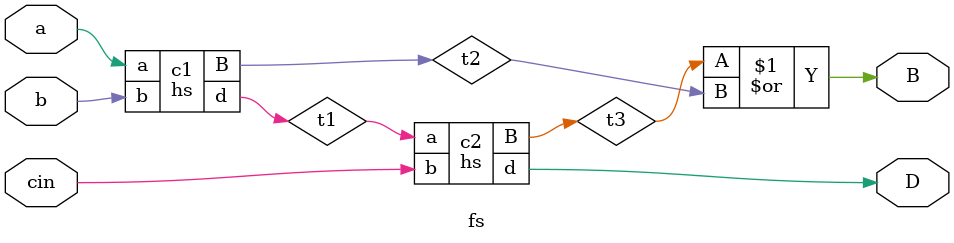
<source format=v>
module hs(input a,b,output d,B);
assign d=a^b;
assign B=(~a)&b;
endmodule




module fs(input a,b,cin,output D,B);

wire t1,t2,t3;
hs c1(a,b,t1,t2);
hs c2(t1,cin,D,t3);
assign B=t3|t2;
endmodule

</source>
